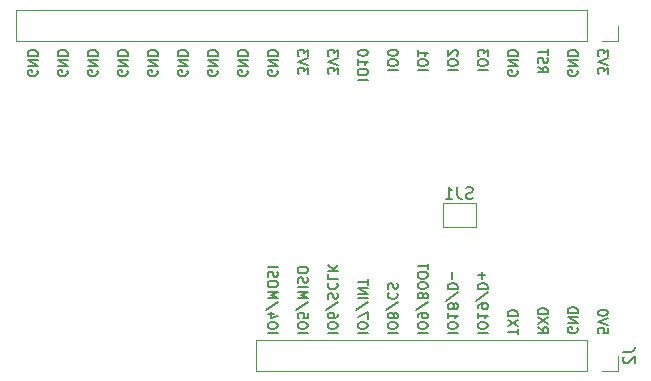
<source format=gbo>
G04 #@! TF.GenerationSoftware,KiCad,Pcbnew,6.0.0*
G04 #@! TF.CreationDate,2022-01-16T15:10:04+01:00*
G04 #@! TF.ProjectId,ESP32 UWB,45535033-3220-4555-9742-2e6b69636164,rev?*
G04 #@! TF.SameCoordinates,Original*
G04 #@! TF.FileFunction,Legend,Bot*
G04 #@! TF.FilePolarity,Positive*
%FSLAX46Y46*%
G04 Gerber Fmt 4.6, Leading zero omitted, Abs format (unit mm)*
G04 Created by KiCad (PCBNEW 6.0.0) date 2022-01-16 15:10:04*
%MOMM*%
%LPD*%
G01*
G04 APERTURE LIST*
G04 Aperture macros list*
%AMFreePoly0*
4,1,6,1.000000,0.000000,0.500000,-0.750000,-0.500000,-0.750000,-0.500000,0.750000,0.500000,0.750000,1.000000,0.000000,1.000000,0.000000,$1*%
%AMFreePoly1*
4,1,6,0.500000,-0.750000,-0.650000,-0.750000,-0.150000,0.000000,-0.650000,0.750000,0.500000,0.750000,0.500000,-0.750000,0.500000,-0.750000,$1*%
G04 Aperture macros list end*
%ADD10C,0.182880*%
%ADD11C,0.150000*%
%ADD12C,0.120000*%
%ADD13C,2.800000*%
%ADD14O,1.550000X0.890000*%
%ADD15O,0.950000X1.250000*%
%ADD16R,1.700000X1.700000*%
%ADD17O,1.700000X1.700000*%
%ADD18FreePoly0,180.000000*%
%ADD19FreePoly1,180.000000*%
G04 APERTURE END LIST*
D10*
X150281212Y-116961421D02*
X151114332Y-116961421D01*
X151114332Y-116406007D02*
X151114332Y-116247318D01*
X151074660Y-116167973D01*
X150995315Y-116088628D01*
X150836625Y-116048956D01*
X150558919Y-116048956D01*
X150400229Y-116088628D01*
X150320884Y-116167973D01*
X150281212Y-116247318D01*
X150281212Y-116406007D01*
X150320884Y-116485352D01*
X150400229Y-116564697D01*
X150558919Y-116604369D01*
X150836625Y-116604369D01*
X150995315Y-116564697D01*
X151074660Y-116485352D01*
X151114332Y-116406007D01*
X150836625Y-115334853D02*
X150281212Y-115334853D01*
X151154004Y-115533215D02*
X150558919Y-115731577D01*
X150558919Y-115215836D01*
X151154004Y-114303371D02*
X150082850Y-115017474D01*
X150281212Y-114025664D02*
X151114332Y-114025664D01*
X150519246Y-113747958D01*
X151114332Y-113470251D01*
X150281212Y-113470251D01*
X151114332Y-112914838D02*
X151114332Y-112756148D01*
X151074660Y-112676803D01*
X150995315Y-112597459D01*
X150836625Y-112557786D01*
X150558919Y-112557786D01*
X150400229Y-112597459D01*
X150320884Y-112676803D01*
X150281212Y-112756148D01*
X150281212Y-112914838D01*
X150320884Y-112994183D01*
X150400229Y-113073527D01*
X150558919Y-113113200D01*
X150836625Y-113113200D01*
X150995315Y-113073527D01*
X151074660Y-112994183D01*
X151114332Y-112914838D01*
X150320884Y-112240407D02*
X150281212Y-112121390D01*
X150281212Y-111923028D01*
X150320884Y-111843683D01*
X150360557Y-111804011D01*
X150439901Y-111764339D01*
X150519246Y-111764339D01*
X150598591Y-111804011D01*
X150638263Y-111843683D01*
X150677936Y-111923028D01*
X150717608Y-112081718D01*
X150757280Y-112161063D01*
X150796953Y-112200735D01*
X150876298Y-112240407D01*
X150955642Y-112240407D01*
X151034987Y-112200735D01*
X151074660Y-112161063D01*
X151114332Y-112081718D01*
X151114332Y-111883356D01*
X151074660Y-111764339D01*
X150281212Y-111407287D02*
X151114332Y-111407287D01*
X171434332Y-117080438D02*
X171434332Y-116604369D01*
X170601212Y-116842403D02*
X171434332Y-116842403D01*
X171434332Y-116406007D02*
X170601212Y-115850594D01*
X171434332Y-115850594D02*
X170601212Y-116406007D01*
X170601212Y-115533215D02*
X171434332Y-115533215D01*
X171434332Y-115334853D01*
X171394660Y-115215836D01*
X171315315Y-115136491D01*
X171235970Y-115096819D01*
X171077280Y-115057146D01*
X170958263Y-115057146D01*
X170799574Y-115096819D01*
X170720229Y-115136491D01*
X170640884Y-115215836D01*
X170601212Y-115334853D01*
X170601212Y-115533215D01*
X155361212Y-116961421D02*
X156194332Y-116961421D01*
X156194332Y-116406007D02*
X156194332Y-116247318D01*
X156154660Y-116167973D01*
X156075315Y-116088628D01*
X155916625Y-116048956D01*
X155638919Y-116048956D01*
X155480229Y-116088628D01*
X155400884Y-116167973D01*
X155361212Y-116247318D01*
X155361212Y-116406007D01*
X155400884Y-116485352D01*
X155480229Y-116564697D01*
X155638919Y-116604369D01*
X155916625Y-116604369D01*
X156075315Y-116564697D01*
X156154660Y-116485352D01*
X156194332Y-116406007D01*
X156194332Y-115334853D02*
X156194332Y-115493543D01*
X156154660Y-115572887D01*
X156114987Y-115612560D01*
X155995970Y-115691904D01*
X155837280Y-115731577D01*
X155519901Y-115731577D01*
X155440557Y-115691904D01*
X155400884Y-115652232D01*
X155361212Y-115572887D01*
X155361212Y-115414198D01*
X155400884Y-115334853D01*
X155440557Y-115295181D01*
X155519901Y-115255508D01*
X155718263Y-115255508D01*
X155797608Y-115295181D01*
X155837280Y-115334853D01*
X155876953Y-115414198D01*
X155876953Y-115572887D01*
X155837280Y-115652232D01*
X155797608Y-115691904D01*
X155718263Y-115731577D01*
X156234004Y-114303371D02*
X155162850Y-115017474D01*
X155400884Y-114065337D02*
X155361212Y-113946320D01*
X155361212Y-113747958D01*
X155400884Y-113668613D01*
X155440557Y-113628941D01*
X155519901Y-113589268D01*
X155599246Y-113589268D01*
X155678591Y-113628941D01*
X155718263Y-113668613D01*
X155757936Y-113747958D01*
X155797608Y-113906647D01*
X155837280Y-113985992D01*
X155876953Y-114025664D01*
X155956298Y-114065337D01*
X156035642Y-114065337D01*
X156114987Y-114025664D01*
X156154660Y-113985992D01*
X156194332Y-113906647D01*
X156194332Y-113708285D01*
X156154660Y-113589268D01*
X155440557Y-112756148D02*
X155400884Y-112795821D01*
X155361212Y-112914838D01*
X155361212Y-112994183D01*
X155400884Y-113113200D01*
X155480229Y-113192544D01*
X155559574Y-113232217D01*
X155718263Y-113271889D01*
X155837280Y-113271889D01*
X155995970Y-113232217D01*
X156075315Y-113192544D01*
X156154660Y-113113200D01*
X156194332Y-112994183D01*
X156194332Y-112914838D01*
X156154660Y-112795821D01*
X156114987Y-112756148D01*
X155361212Y-112002373D02*
X155361212Y-112399097D01*
X156194332Y-112399097D01*
X155361212Y-111724666D02*
X156194332Y-111724666D01*
X155361212Y-111248598D02*
X155837280Y-111605649D01*
X156194332Y-111248598D02*
X155718263Y-111724666D01*
X168061212Y-116961421D02*
X168894332Y-116961421D01*
X168894332Y-116406007D02*
X168894332Y-116247318D01*
X168854660Y-116167973D01*
X168775315Y-116088628D01*
X168616625Y-116048956D01*
X168338919Y-116048956D01*
X168180229Y-116088628D01*
X168100884Y-116167973D01*
X168061212Y-116247318D01*
X168061212Y-116406007D01*
X168100884Y-116485352D01*
X168180229Y-116564697D01*
X168338919Y-116604369D01*
X168616625Y-116604369D01*
X168775315Y-116564697D01*
X168854660Y-116485352D01*
X168894332Y-116406007D01*
X168061212Y-115255508D02*
X168061212Y-115731577D01*
X168061212Y-115493543D02*
X168894332Y-115493543D01*
X168775315Y-115572887D01*
X168695970Y-115652232D01*
X168656298Y-115731577D01*
X168061212Y-114858784D02*
X168061212Y-114700095D01*
X168100884Y-114620750D01*
X168140557Y-114581078D01*
X168259574Y-114501733D01*
X168418263Y-114462061D01*
X168735642Y-114462061D01*
X168814987Y-114501733D01*
X168854660Y-114541405D01*
X168894332Y-114620750D01*
X168894332Y-114779440D01*
X168854660Y-114858784D01*
X168814987Y-114898457D01*
X168735642Y-114938129D01*
X168537280Y-114938129D01*
X168457936Y-114898457D01*
X168418263Y-114858784D01*
X168378591Y-114779440D01*
X168378591Y-114620750D01*
X168418263Y-114541405D01*
X168457936Y-114501733D01*
X168537280Y-114462061D01*
X168934004Y-113509923D02*
X167862850Y-114224026D01*
X168061212Y-113232217D02*
X168894332Y-113232217D01*
X168894332Y-113033855D01*
X168854660Y-112914838D01*
X168775315Y-112835493D01*
X168695970Y-112795821D01*
X168537280Y-112756148D01*
X168418263Y-112756148D01*
X168259574Y-112795821D01*
X168180229Y-112835493D01*
X168100884Y-112914838D01*
X168061212Y-113033855D01*
X168061212Y-113232217D01*
X168378591Y-112399097D02*
X168378591Y-111764339D01*
X168061212Y-112081718D02*
X168695970Y-112081718D01*
X157901212Y-116961421D02*
X158734332Y-116961421D01*
X158734332Y-116406007D02*
X158734332Y-116247318D01*
X158694660Y-116167973D01*
X158615315Y-116088628D01*
X158456625Y-116048956D01*
X158178919Y-116048956D01*
X158020229Y-116088628D01*
X157940884Y-116167973D01*
X157901212Y-116247318D01*
X157901212Y-116406007D01*
X157940884Y-116485352D01*
X158020229Y-116564697D01*
X158178919Y-116604369D01*
X158456625Y-116604369D01*
X158615315Y-116564697D01*
X158694660Y-116485352D01*
X158734332Y-116406007D01*
X158734332Y-115771249D02*
X158734332Y-115215836D01*
X157901212Y-115572887D01*
X158774004Y-114303371D02*
X157702850Y-115017474D01*
X157901212Y-114025664D02*
X158734332Y-114025664D01*
X157901212Y-113628941D02*
X158734332Y-113628941D01*
X157901212Y-113152872D01*
X158734332Y-113152872D01*
X158734332Y-112875165D02*
X158734332Y-112399097D01*
X157901212Y-112637131D02*
X158734332Y-112637131D01*
X162981212Y-94712128D02*
X163814332Y-94712128D01*
X163814332Y-94156715D02*
X163814332Y-93998026D01*
X163774660Y-93918681D01*
X163695315Y-93839336D01*
X163536625Y-93799664D01*
X163258919Y-93799664D01*
X163100229Y-93839336D01*
X163020884Y-93918681D01*
X162981212Y-93998026D01*
X162981212Y-94156715D01*
X163020884Y-94236060D01*
X163100229Y-94315405D01*
X163258919Y-94355077D01*
X163536625Y-94355077D01*
X163695315Y-94315405D01*
X163774660Y-94236060D01*
X163814332Y-94156715D01*
X162981212Y-93006216D02*
X162981212Y-93482285D01*
X162981212Y-93244250D02*
X163814332Y-93244250D01*
X163695315Y-93323595D01*
X163615970Y-93402940D01*
X163576298Y-93482285D01*
X176474660Y-94751801D02*
X176514332Y-94831146D01*
X176514332Y-94950163D01*
X176474660Y-95069180D01*
X176395315Y-95148525D01*
X176315970Y-95188197D01*
X176157280Y-95227869D01*
X176038263Y-95227869D01*
X175879574Y-95188197D01*
X175800229Y-95148525D01*
X175720884Y-95069180D01*
X175681212Y-94950163D01*
X175681212Y-94870818D01*
X175720884Y-94751801D01*
X175760557Y-94712128D01*
X176038263Y-94712128D01*
X176038263Y-94870818D01*
X175681212Y-94355077D02*
X176514332Y-94355077D01*
X175681212Y-93879008D01*
X176514332Y-93879008D01*
X175681212Y-93482285D02*
X176514332Y-93482285D01*
X176514332Y-93283923D01*
X176474660Y-93164906D01*
X176395315Y-93085561D01*
X176315970Y-93045888D01*
X176157280Y-93006216D01*
X176038263Y-93006216D01*
X175879574Y-93045888D01*
X175800229Y-93085561D01*
X175720884Y-93164906D01*
X175681212Y-93283923D01*
X175681212Y-93482285D01*
X168061212Y-94712128D02*
X168894332Y-94712128D01*
X168894332Y-94156715D02*
X168894332Y-93998026D01*
X168854660Y-93918681D01*
X168775315Y-93839336D01*
X168616625Y-93799664D01*
X168338919Y-93799664D01*
X168180229Y-93839336D01*
X168100884Y-93918681D01*
X168061212Y-93998026D01*
X168061212Y-94156715D01*
X168100884Y-94236060D01*
X168180229Y-94315405D01*
X168338919Y-94355077D01*
X168616625Y-94355077D01*
X168775315Y-94315405D01*
X168854660Y-94236060D01*
X168894332Y-94156715D01*
X168894332Y-93521957D02*
X168894332Y-93006216D01*
X168576953Y-93283923D01*
X168576953Y-93164906D01*
X168537280Y-93085561D01*
X168497608Y-93045888D01*
X168418263Y-93006216D01*
X168219901Y-93006216D01*
X168140557Y-93045888D01*
X168100884Y-93085561D01*
X168061212Y-93164906D01*
X168061212Y-93402940D01*
X168100884Y-93482285D01*
X168140557Y-93521957D01*
X157901212Y-95505576D02*
X158734332Y-95505576D01*
X158734332Y-94950163D02*
X158734332Y-94791473D01*
X158694660Y-94712128D01*
X158615315Y-94632784D01*
X158456625Y-94593111D01*
X158178919Y-94593111D01*
X158020229Y-94632784D01*
X157940884Y-94712128D01*
X157901212Y-94791473D01*
X157901212Y-94950163D01*
X157940884Y-95029507D01*
X158020229Y-95108852D01*
X158178919Y-95148525D01*
X158456625Y-95148525D01*
X158615315Y-95108852D01*
X158694660Y-95029507D01*
X158734332Y-94950163D01*
X157901212Y-93799664D02*
X157901212Y-94275732D01*
X157901212Y-94037698D02*
X158734332Y-94037698D01*
X158615315Y-94117043D01*
X158535970Y-94196387D01*
X158496298Y-94275732D01*
X158734332Y-93283923D02*
X158734332Y-93204578D01*
X158694660Y-93125233D01*
X158654987Y-93085561D01*
X158575642Y-93045888D01*
X158416953Y-93006216D01*
X158218591Y-93006216D01*
X158059901Y-93045888D01*
X157980557Y-93085561D01*
X157940884Y-93125233D01*
X157901212Y-93204578D01*
X157901212Y-93283923D01*
X157940884Y-93363267D01*
X157980557Y-93402940D01*
X158059901Y-93442612D01*
X158218591Y-93482285D01*
X158416953Y-93482285D01*
X158575642Y-93442612D01*
X158654987Y-93402940D01*
X158694660Y-93363267D01*
X158734332Y-93283923D01*
X138374660Y-94751801D02*
X138414332Y-94831146D01*
X138414332Y-94950163D01*
X138374660Y-95069180D01*
X138295315Y-95148525D01*
X138215970Y-95188197D01*
X138057280Y-95227869D01*
X137938263Y-95227869D01*
X137779574Y-95188197D01*
X137700229Y-95148525D01*
X137620884Y-95069180D01*
X137581212Y-94950163D01*
X137581212Y-94870818D01*
X137620884Y-94751801D01*
X137660557Y-94712128D01*
X137938263Y-94712128D01*
X137938263Y-94870818D01*
X137581212Y-94355077D02*
X138414332Y-94355077D01*
X137581212Y-93879008D01*
X138414332Y-93879008D01*
X137581212Y-93482285D02*
X138414332Y-93482285D01*
X138414332Y-93283923D01*
X138374660Y-93164906D01*
X138295315Y-93085561D01*
X138215970Y-93045888D01*
X138057280Y-93006216D01*
X137938263Y-93006216D01*
X137779574Y-93045888D01*
X137700229Y-93085561D01*
X137620884Y-93164906D01*
X137581212Y-93283923D01*
X137581212Y-93482285D01*
X156194332Y-95029507D02*
X156194332Y-94513767D01*
X155876953Y-94791473D01*
X155876953Y-94672456D01*
X155837280Y-94593111D01*
X155797608Y-94553439D01*
X155718263Y-94513767D01*
X155519901Y-94513767D01*
X155440557Y-94553439D01*
X155400884Y-94593111D01*
X155361212Y-94672456D01*
X155361212Y-94910490D01*
X155400884Y-94989835D01*
X155440557Y-95029507D01*
X156194332Y-94275732D02*
X155361212Y-93998026D01*
X156194332Y-93720319D01*
X156194332Y-93521957D02*
X156194332Y-93006216D01*
X155876953Y-93283923D01*
X155876953Y-93164906D01*
X155837280Y-93085561D01*
X155797608Y-93045888D01*
X155718263Y-93006216D01*
X155519901Y-93006216D01*
X155440557Y-93045888D01*
X155400884Y-93085561D01*
X155361212Y-93164906D01*
X155361212Y-93402940D01*
X155400884Y-93482285D01*
X155440557Y-93521957D01*
X143454660Y-94751801D02*
X143494332Y-94831146D01*
X143494332Y-94950163D01*
X143454660Y-95069180D01*
X143375315Y-95148525D01*
X143295970Y-95188197D01*
X143137280Y-95227869D01*
X143018263Y-95227869D01*
X142859574Y-95188197D01*
X142780229Y-95148525D01*
X142700884Y-95069180D01*
X142661212Y-94950163D01*
X142661212Y-94870818D01*
X142700884Y-94751801D01*
X142740557Y-94712128D01*
X143018263Y-94712128D01*
X143018263Y-94870818D01*
X142661212Y-94355077D02*
X143494332Y-94355077D01*
X142661212Y-93879008D01*
X143494332Y-93879008D01*
X142661212Y-93482285D02*
X143494332Y-93482285D01*
X143494332Y-93283923D01*
X143454660Y-93164906D01*
X143375315Y-93085561D01*
X143295970Y-93045888D01*
X143137280Y-93006216D01*
X143018263Y-93006216D01*
X142859574Y-93045888D01*
X142780229Y-93085561D01*
X142700884Y-93164906D01*
X142661212Y-93283923D01*
X142661212Y-93482285D01*
X173141212Y-94434422D02*
X173537936Y-94712128D01*
X173141212Y-94910490D02*
X173974332Y-94910490D01*
X173974332Y-94593111D01*
X173934660Y-94513767D01*
X173894987Y-94474094D01*
X173815642Y-94434422D01*
X173696625Y-94434422D01*
X173617280Y-94474094D01*
X173577608Y-94513767D01*
X173537936Y-94593111D01*
X173537936Y-94910490D01*
X173180884Y-94117043D02*
X173141212Y-93998026D01*
X173141212Y-93799664D01*
X173180884Y-93720319D01*
X173220557Y-93680647D01*
X173299901Y-93640974D01*
X173379246Y-93640974D01*
X173458591Y-93680647D01*
X173498263Y-93720319D01*
X173537936Y-93799664D01*
X173577608Y-93958353D01*
X173617280Y-94037698D01*
X173656953Y-94077370D01*
X173736298Y-94117043D01*
X173815642Y-94117043D01*
X173894987Y-94077370D01*
X173934660Y-94037698D01*
X173974332Y-93958353D01*
X173974332Y-93759991D01*
X173934660Y-93640974D01*
X173974332Y-93402940D02*
X173974332Y-92926871D01*
X173141212Y-93164906D02*
X173974332Y-93164906D01*
X133294660Y-94751801D02*
X133334332Y-94831146D01*
X133334332Y-94950163D01*
X133294660Y-95069180D01*
X133215315Y-95148525D01*
X133135970Y-95188197D01*
X132977280Y-95227869D01*
X132858263Y-95227869D01*
X132699574Y-95188197D01*
X132620229Y-95148525D01*
X132540884Y-95069180D01*
X132501212Y-94950163D01*
X132501212Y-94870818D01*
X132540884Y-94751801D01*
X132580557Y-94712128D01*
X132858263Y-94712128D01*
X132858263Y-94870818D01*
X132501212Y-94355077D02*
X133334332Y-94355077D01*
X132501212Y-93879008D01*
X133334332Y-93879008D01*
X132501212Y-93482285D02*
X133334332Y-93482285D01*
X133334332Y-93283923D01*
X133294660Y-93164906D01*
X133215315Y-93085561D01*
X133135970Y-93045888D01*
X132977280Y-93006216D01*
X132858263Y-93006216D01*
X132699574Y-93045888D01*
X132620229Y-93085561D01*
X132540884Y-93164906D01*
X132501212Y-93283923D01*
X132501212Y-93482285D01*
X173141212Y-116485352D02*
X173537936Y-116763059D01*
X173141212Y-116961421D02*
X173974332Y-116961421D01*
X173974332Y-116644042D01*
X173934660Y-116564697D01*
X173894987Y-116525024D01*
X173815642Y-116485352D01*
X173696625Y-116485352D01*
X173617280Y-116525024D01*
X173577608Y-116564697D01*
X173537936Y-116644042D01*
X173537936Y-116961421D01*
X173974332Y-116207645D02*
X173141212Y-115652232D01*
X173974332Y-115652232D02*
X173141212Y-116207645D01*
X173141212Y-115334853D02*
X173974332Y-115334853D01*
X173974332Y-115136491D01*
X173934660Y-115017474D01*
X173855315Y-114938129D01*
X173775970Y-114898457D01*
X173617280Y-114858784D01*
X173498263Y-114858784D01*
X173339574Y-114898457D01*
X173260229Y-114938129D01*
X173180884Y-115017474D01*
X173141212Y-115136491D01*
X173141212Y-115334853D01*
X130754660Y-94751801D02*
X130794332Y-94831146D01*
X130794332Y-94950163D01*
X130754660Y-95069180D01*
X130675315Y-95148525D01*
X130595970Y-95188197D01*
X130437280Y-95227869D01*
X130318263Y-95227869D01*
X130159574Y-95188197D01*
X130080229Y-95148525D01*
X130000884Y-95069180D01*
X129961212Y-94950163D01*
X129961212Y-94870818D01*
X130000884Y-94751801D01*
X130040557Y-94712128D01*
X130318263Y-94712128D01*
X130318263Y-94870818D01*
X129961212Y-94355077D02*
X130794332Y-94355077D01*
X129961212Y-93879008D01*
X130794332Y-93879008D01*
X129961212Y-93482285D02*
X130794332Y-93482285D01*
X130794332Y-93283923D01*
X130754660Y-93164906D01*
X130675315Y-93085561D01*
X130595970Y-93045888D01*
X130437280Y-93006216D01*
X130318263Y-93006216D01*
X130159574Y-93045888D01*
X130080229Y-93085561D01*
X130000884Y-93164906D01*
X129961212Y-93283923D01*
X129961212Y-93482285D01*
X148534660Y-94751801D02*
X148574332Y-94831146D01*
X148574332Y-94950163D01*
X148534660Y-95069180D01*
X148455315Y-95148525D01*
X148375970Y-95188197D01*
X148217280Y-95227869D01*
X148098263Y-95227869D01*
X147939574Y-95188197D01*
X147860229Y-95148525D01*
X147780884Y-95069180D01*
X147741212Y-94950163D01*
X147741212Y-94870818D01*
X147780884Y-94751801D01*
X147820557Y-94712128D01*
X148098263Y-94712128D01*
X148098263Y-94870818D01*
X147741212Y-94355077D02*
X148574332Y-94355077D01*
X147741212Y-93879008D01*
X148574332Y-93879008D01*
X147741212Y-93482285D02*
X148574332Y-93482285D01*
X148574332Y-93283923D01*
X148534660Y-93164906D01*
X148455315Y-93085561D01*
X148375970Y-93045888D01*
X148217280Y-93006216D01*
X148098263Y-93006216D01*
X147939574Y-93045888D01*
X147860229Y-93085561D01*
X147780884Y-93164906D01*
X147741212Y-93283923D01*
X147741212Y-93482285D01*
X179054332Y-116564697D02*
X179054332Y-116961421D01*
X178657608Y-117001093D01*
X178697280Y-116961421D01*
X178736953Y-116882076D01*
X178736953Y-116683714D01*
X178697280Y-116604369D01*
X178657608Y-116564697D01*
X178578263Y-116525024D01*
X178379901Y-116525024D01*
X178300557Y-116564697D01*
X178260884Y-116604369D01*
X178221212Y-116683714D01*
X178221212Y-116882076D01*
X178260884Y-116961421D01*
X178300557Y-117001093D01*
X179054332Y-116286990D02*
X178221212Y-116009283D01*
X179054332Y-115731577D01*
X179054332Y-115295181D02*
X179054332Y-115215836D01*
X179014660Y-115136491D01*
X178974987Y-115096819D01*
X178895642Y-115057146D01*
X178736953Y-115017474D01*
X178538591Y-115017474D01*
X178379901Y-115057146D01*
X178300557Y-115096819D01*
X178260884Y-115136491D01*
X178221212Y-115215836D01*
X178221212Y-115295181D01*
X178260884Y-115374525D01*
X178300557Y-115414198D01*
X178379901Y-115453870D01*
X178538591Y-115493543D01*
X178736953Y-115493543D01*
X178895642Y-115453870D01*
X178974987Y-115414198D01*
X179014660Y-115374525D01*
X179054332Y-115295181D01*
X171394660Y-94751801D02*
X171434332Y-94831146D01*
X171434332Y-94950163D01*
X171394660Y-95069180D01*
X171315315Y-95148525D01*
X171235970Y-95188197D01*
X171077280Y-95227869D01*
X170958263Y-95227869D01*
X170799574Y-95188197D01*
X170720229Y-95148525D01*
X170640884Y-95069180D01*
X170601212Y-94950163D01*
X170601212Y-94870818D01*
X170640884Y-94751801D01*
X170680557Y-94712128D01*
X170958263Y-94712128D01*
X170958263Y-94870818D01*
X170601212Y-94355077D02*
X171434332Y-94355077D01*
X170601212Y-93879008D01*
X171434332Y-93879008D01*
X170601212Y-93482285D02*
X171434332Y-93482285D01*
X171434332Y-93283923D01*
X171394660Y-93164906D01*
X171315315Y-93085561D01*
X171235970Y-93045888D01*
X171077280Y-93006216D01*
X170958263Y-93006216D01*
X170799574Y-93045888D01*
X170720229Y-93085561D01*
X170640884Y-93164906D01*
X170601212Y-93283923D01*
X170601212Y-93482285D01*
X160441212Y-116961421D02*
X161274332Y-116961421D01*
X161274332Y-116406007D02*
X161274332Y-116247318D01*
X161234660Y-116167973D01*
X161155315Y-116088628D01*
X160996625Y-116048956D01*
X160718919Y-116048956D01*
X160560229Y-116088628D01*
X160480884Y-116167973D01*
X160441212Y-116247318D01*
X160441212Y-116406007D01*
X160480884Y-116485352D01*
X160560229Y-116564697D01*
X160718919Y-116604369D01*
X160996625Y-116604369D01*
X161155315Y-116564697D01*
X161234660Y-116485352D01*
X161274332Y-116406007D01*
X160917280Y-115572887D02*
X160956953Y-115652232D01*
X160996625Y-115691904D01*
X161075970Y-115731577D01*
X161115642Y-115731577D01*
X161194987Y-115691904D01*
X161234660Y-115652232D01*
X161274332Y-115572887D01*
X161274332Y-115414198D01*
X161234660Y-115334853D01*
X161194987Y-115295181D01*
X161115642Y-115255508D01*
X161075970Y-115255508D01*
X160996625Y-115295181D01*
X160956953Y-115334853D01*
X160917280Y-115414198D01*
X160917280Y-115572887D01*
X160877608Y-115652232D01*
X160837936Y-115691904D01*
X160758591Y-115731577D01*
X160599901Y-115731577D01*
X160520557Y-115691904D01*
X160480884Y-115652232D01*
X160441212Y-115572887D01*
X160441212Y-115414198D01*
X160480884Y-115334853D01*
X160520557Y-115295181D01*
X160599901Y-115255508D01*
X160758591Y-115255508D01*
X160837936Y-115295181D01*
X160877608Y-115334853D01*
X160917280Y-115414198D01*
X161314004Y-114303371D02*
X160242850Y-115017474D01*
X160520557Y-113549596D02*
X160480884Y-113589268D01*
X160441212Y-113708285D01*
X160441212Y-113787630D01*
X160480884Y-113906647D01*
X160560229Y-113985992D01*
X160639574Y-114025664D01*
X160798263Y-114065337D01*
X160917280Y-114065337D01*
X161075970Y-114025664D01*
X161155315Y-113985992D01*
X161234660Y-113906647D01*
X161274332Y-113787630D01*
X161274332Y-113708285D01*
X161234660Y-113589268D01*
X161194987Y-113549596D01*
X160480884Y-113232217D02*
X160441212Y-113113200D01*
X160441212Y-112914838D01*
X160480884Y-112835493D01*
X160520557Y-112795821D01*
X160599901Y-112756148D01*
X160679246Y-112756148D01*
X160758591Y-112795821D01*
X160798263Y-112835493D01*
X160837936Y-112914838D01*
X160877608Y-113073527D01*
X160917280Y-113152872D01*
X160956953Y-113192544D01*
X161036298Y-113232217D01*
X161115642Y-113232217D01*
X161194987Y-113192544D01*
X161234660Y-113152872D01*
X161274332Y-113073527D01*
X161274332Y-112875165D01*
X161234660Y-112756148D01*
X179054332Y-95029507D02*
X179054332Y-94513767D01*
X178736953Y-94791473D01*
X178736953Y-94672456D01*
X178697280Y-94593111D01*
X178657608Y-94553439D01*
X178578263Y-94513767D01*
X178379901Y-94513767D01*
X178300557Y-94553439D01*
X178260884Y-94593111D01*
X178221212Y-94672456D01*
X178221212Y-94910490D01*
X178260884Y-94989835D01*
X178300557Y-95029507D01*
X179054332Y-94275732D02*
X178221212Y-93998026D01*
X179054332Y-93720319D01*
X179054332Y-93521957D02*
X179054332Y-93006216D01*
X178736953Y-93283923D01*
X178736953Y-93164906D01*
X178697280Y-93085561D01*
X178657608Y-93045888D01*
X178578263Y-93006216D01*
X178379901Y-93006216D01*
X178300557Y-93045888D01*
X178260884Y-93085561D01*
X178221212Y-93164906D01*
X178221212Y-93402940D01*
X178260884Y-93482285D01*
X178300557Y-93521957D01*
X151074660Y-94751801D02*
X151114332Y-94831146D01*
X151114332Y-94950163D01*
X151074660Y-95069180D01*
X150995315Y-95148525D01*
X150915970Y-95188197D01*
X150757280Y-95227869D01*
X150638263Y-95227869D01*
X150479574Y-95188197D01*
X150400229Y-95148525D01*
X150320884Y-95069180D01*
X150281212Y-94950163D01*
X150281212Y-94870818D01*
X150320884Y-94751801D01*
X150360557Y-94712128D01*
X150638263Y-94712128D01*
X150638263Y-94870818D01*
X150281212Y-94355077D02*
X151114332Y-94355077D01*
X150281212Y-93879008D01*
X151114332Y-93879008D01*
X150281212Y-93482285D02*
X151114332Y-93482285D01*
X151114332Y-93283923D01*
X151074660Y-93164906D01*
X150995315Y-93085561D01*
X150915970Y-93045888D01*
X150757280Y-93006216D01*
X150638263Y-93006216D01*
X150479574Y-93045888D01*
X150400229Y-93085561D01*
X150320884Y-93164906D01*
X150281212Y-93283923D01*
X150281212Y-93482285D01*
X162981212Y-116961421D02*
X163814332Y-116961421D01*
X163814332Y-116406007D02*
X163814332Y-116247318D01*
X163774660Y-116167973D01*
X163695315Y-116088628D01*
X163536625Y-116048956D01*
X163258919Y-116048956D01*
X163100229Y-116088628D01*
X163020884Y-116167973D01*
X162981212Y-116247318D01*
X162981212Y-116406007D01*
X163020884Y-116485352D01*
X163100229Y-116564697D01*
X163258919Y-116604369D01*
X163536625Y-116604369D01*
X163695315Y-116564697D01*
X163774660Y-116485352D01*
X163814332Y-116406007D01*
X162981212Y-115652232D02*
X162981212Y-115493543D01*
X163020884Y-115414198D01*
X163060557Y-115374525D01*
X163179574Y-115295181D01*
X163338263Y-115255508D01*
X163655642Y-115255508D01*
X163734987Y-115295181D01*
X163774660Y-115334853D01*
X163814332Y-115414198D01*
X163814332Y-115572887D01*
X163774660Y-115652232D01*
X163734987Y-115691904D01*
X163655642Y-115731577D01*
X163457280Y-115731577D01*
X163377936Y-115691904D01*
X163338263Y-115652232D01*
X163298591Y-115572887D01*
X163298591Y-115414198D01*
X163338263Y-115334853D01*
X163377936Y-115295181D01*
X163457280Y-115255508D01*
X163854004Y-114303371D02*
X162782850Y-115017474D01*
X163417608Y-113747958D02*
X163377936Y-113628941D01*
X163338263Y-113589268D01*
X163258919Y-113549596D01*
X163139901Y-113549596D01*
X163060557Y-113589268D01*
X163020884Y-113628941D01*
X162981212Y-113708285D01*
X162981212Y-114025664D01*
X163814332Y-114025664D01*
X163814332Y-113747958D01*
X163774660Y-113668613D01*
X163734987Y-113628941D01*
X163655642Y-113589268D01*
X163576298Y-113589268D01*
X163496953Y-113628941D01*
X163457280Y-113668613D01*
X163417608Y-113747958D01*
X163417608Y-114025664D01*
X163814332Y-113033855D02*
X163814332Y-112875165D01*
X163774660Y-112795821D01*
X163695315Y-112716476D01*
X163536625Y-112676803D01*
X163258919Y-112676803D01*
X163100229Y-112716476D01*
X163020884Y-112795821D01*
X162981212Y-112875165D01*
X162981212Y-113033855D01*
X163020884Y-113113200D01*
X163100229Y-113192544D01*
X163258919Y-113232217D01*
X163536625Y-113232217D01*
X163695315Y-113192544D01*
X163774660Y-113113200D01*
X163814332Y-113033855D01*
X163814332Y-112161063D02*
X163814332Y-112002373D01*
X163774660Y-111923028D01*
X163695315Y-111843683D01*
X163536625Y-111804011D01*
X163258919Y-111804011D01*
X163100229Y-111843683D01*
X163020884Y-111923028D01*
X162981212Y-112002373D01*
X162981212Y-112161063D01*
X163020884Y-112240407D01*
X163100229Y-112319752D01*
X163258919Y-112359424D01*
X163536625Y-112359424D01*
X163695315Y-112319752D01*
X163774660Y-112240407D01*
X163814332Y-112161063D01*
X163814332Y-111565977D02*
X163814332Y-111089908D01*
X162981212Y-111327943D02*
X163814332Y-111327943D01*
X160441212Y-94712128D02*
X161274332Y-94712128D01*
X161274332Y-94156715D02*
X161274332Y-93998026D01*
X161234660Y-93918681D01*
X161155315Y-93839336D01*
X160996625Y-93799664D01*
X160718919Y-93799664D01*
X160560229Y-93839336D01*
X160480884Y-93918681D01*
X160441212Y-93998026D01*
X160441212Y-94156715D01*
X160480884Y-94236060D01*
X160560229Y-94315405D01*
X160718919Y-94355077D01*
X160996625Y-94355077D01*
X161155315Y-94315405D01*
X161234660Y-94236060D01*
X161274332Y-94156715D01*
X161274332Y-93283923D02*
X161274332Y-93204578D01*
X161234660Y-93125233D01*
X161194987Y-93085561D01*
X161115642Y-93045888D01*
X160956953Y-93006216D01*
X160758591Y-93006216D01*
X160599901Y-93045888D01*
X160520557Y-93085561D01*
X160480884Y-93125233D01*
X160441212Y-93204578D01*
X160441212Y-93283923D01*
X160480884Y-93363267D01*
X160520557Y-93402940D01*
X160599901Y-93442612D01*
X160758591Y-93482285D01*
X160956953Y-93482285D01*
X161115642Y-93442612D01*
X161194987Y-93402940D01*
X161234660Y-93363267D01*
X161274332Y-93283923D01*
X165521212Y-116961421D02*
X166354332Y-116961421D01*
X166354332Y-116406007D02*
X166354332Y-116247318D01*
X166314660Y-116167973D01*
X166235315Y-116088628D01*
X166076625Y-116048956D01*
X165798919Y-116048956D01*
X165640229Y-116088628D01*
X165560884Y-116167973D01*
X165521212Y-116247318D01*
X165521212Y-116406007D01*
X165560884Y-116485352D01*
X165640229Y-116564697D01*
X165798919Y-116604369D01*
X166076625Y-116604369D01*
X166235315Y-116564697D01*
X166314660Y-116485352D01*
X166354332Y-116406007D01*
X165521212Y-115255508D02*
X165521212Y-115731577D01*
X165521212Y-115493543D02*
X166354332Y-115493543D01*
X166235315Y-115572887D01*
X166155970Y-115652232D01*
X166116298Y-115731577D01*
X165997280Y-114779440D02*
X166036953Y-114858784D01*
X166076625Y-114898457D01*
X166155970Y-114938129D01*
X166195642Y-114938129D01*
X166274987Y-114898457D01*
X166314660Y-114858784D01*
X166354332Y-114779440D01*
X166354332Y-114620750D01*
X166314660Y-114541405D01*
X166274987Y-114501733D01*
X166195642Y-114462061D01*
X166155970Y-114462061D01*
X166076625Y-114501733D01*
X166036953Y-114541405D01*
X165997280Y-114620750D01*
X165997280Y-114779440D01*
X165957608Y-114858784D01*
X165917936Y-114898457D01*
X165838591Y-114938129D01*
X165679901Y-114938129D01*
X165600557Y-114898457D01*
X165560884Y-114858784D01*
X165521212Y-114779440D01*
X165521212Y-114620750D01*
X165560884Y-114541405D01*
X165600557Y-114501733D01*
X165679901Y-114462061D01*
X165838591Y-114462061D01*
X165917936Y-114501733D01*
X165957608Y-114541405D01*
X165997280Y-114620750D01*
X166394004Y-113509923D02*
X165322850Y-114224026D01*
X165521212Y-113232217D02*
X166354332Y-113232217D01*
X166354332Y-113033855D01*
X166314660Y-112914838D01*
X166235315Y-112835493D01*
X166155970Y-112795821D01*
X165997280Y-112756148D01*
X165878263Y-112756148D01*
X165719574Y-112795821D01*
X165640229Y-112835493D01*
X165560884Y-112914838D01*
X165521212Y-113033855D01*
X165521212Y-113232217D01*
X165838591Y-112399097D02*
X165838591Y-111764339D01*
X165521212Y-94712128D02*
X166354332Y-94712128D01*
X166354332Y-94156715D02*
X166354332Y-93998026D01*
X166314660Y-93918681D01*
X166235315Y-93839336D01*
X166076625Y-93799664D01*
X165798919Y-93799664D01*
X165640229Y-93839336D01*
X165560884Y-93918681D01*
X165521212Y-93998026D01*
X165521212Y-94156715D01*
X165560884Y-94236060D01*
X165640229Y-94315405D01*
X165798919Y-94355077D01*
X166076625Y-94355077D01*
X166235315Y-94315405D01*
X166314660Y-94236060D01*
X166354332Y-94156715D01*
X166274987Y-93482285D02*
X166314660Y-93442612D01*
X166354332Y-93363267D01*
X166354332Y-93164906D01*
X166314660Y-93085561D01*
X166274987Y-93045888D01*
X166195642Y-93006216D01*
X166116298Y-93006216D01*
X165997280Y-93045888D01*
X165521212Y-93521957D01*
X165521212Y-93006216D01*
X145994660Y-94751801D02*
X146034332Y-94831146D01*
X146034332Y-94950163D01*
X145994660Y-95069180D01*
X145915315Y-95148525D01*
X145835970Y-95188197D01*
X145677280Y-95227869D01*
X145558263Y-95227869D01*
X145399574Y-95188197D01*
X145320229Y-95148525D01*
X145240884Y-95069180D01*
X145201212Y-94950163D01*
X145201212Y-94870818D01*
X145240884Y-94751801D01*
X145280557Y-94712128D01*
X145558263Y-94712128D01*
X145558263Y-94870818D01*
X145201212Y-94355077D02*
X146034332Y-94355077D01*
X145201212Y-93879008D01*
X146034332Y-93879008D01*
X145201212Y-93482285D02*
X146034332Y-93482285D01*
X146034332Y-93283923D01*
X145994660Y-93164906D01*
X145915315Y-93085561D01*
X145835970Y-93045888D01*
X145677280Y-93006216D01*
X145558263Y-93006216D01*
X145399574Y-93045888D01*
X145320229Y-93085561D01*
X145240884Y-93164906D01*
X145201212Y-93283923D01*
X145201212Y-93482285D01*
X135834660Y-94751801D02*
X135874332Y-94831146D01*
X135874332Y-94950163D01*
X135834660Y-95069180D01*
X135755315Y-95148525D01*
X135675970Y-95188197D01*
X135517280Y-95227869D01*
X135398263Y-95227869D01*
X135239574Y-95188197D01*
X135160229Y-95148525D01*
X135080884Y-95069180D01*
X135041212Y-94950163D01*
X135041212Y-94870818D01*
X135080884Y-94751801D01*
X135120557Y-94712128D01*
X135398263Y-94712128D01*
X135398263Y-94870818D01*
X135041212Y-94355077D02*
X135874332Y-94355077D01*
X135041212Y-93879008D01*
X135874332Y-93879008D01*
X135041212Y-93482285D02*
X135874332Y-93482285D01*
X135874332Y-93283923D01*
X135834660Y-93164906D01*
X135755315Y-93085561D01*
X135675970Y-93045888D01*
X135517280Y-93006216D01*
X135398263Y-93006216D01*
X135239574Y-93045888D01*
X135160229Y-93085561D01*
X135080884Y-93164906D01*
X135041212Y-93283923D01*
X135041212Y-93482285D01*
X140914660Y-94751801D02*
X140954332Y-94831146D01*
X140954332Y-94950163D01*
X140914660Y-95069180D01*
X140835315Y-95148525D01*
X140755970Y-95188197D01*
X140597280Y-95227869D01*
X140478263Y-95227869D01*
X140319574Y-95188197D01*
X140240229Y-95148525D01*
X140160884Y-95069180D01*
X140121212Y-94950163D01*
X140121212Y-94870818D01*
X140160884Y-94751801D01*
X140200557Y-94712128D01*
X140478263Y-94712128D01*
X140478263Y-94870818D01*
X140121212Y-94355077D02*
X140954332Y-94355077D01*
X140121212Y-93879008D01*
X140954332Y-93879008D01*
X140121212Y-93482285D02*
X140954332Y-93482285D01*
X140954332Y-93283923D01*
X140914660Y-93164906D01*
X140835315Y-93085561D01*
X140755970Y-93045888D01*
X140597280Y-93006216D01*
X140478263Y-93006216D01*
X140319574Y-93045888D01*
X140240229Y-93085561D01*
X140160884Y-93164906D01*
X140121212Y-93283923D01*
X140121212Y-93482285D01*
X153654332Y-95029507D02*
X153654332Y-94513767D01*
X153336953Y-94791473D01*
X153336953Y-94672456D01*
X153297280Y-94593111D01*
X153257608Y-94553439D01*
X153178263Y-94513767D01*
X152979901Y-94513767D01*
X152900557Y-94553439D01*
X152860884Y-94593111D01*
X152821212Y-94672456D01*
X152821212Y-94910490D01*
X152860884Y-94989835D01*
X152900557Y-95029507D01*
X153654332Y-94275732D02*
X152821212Y-93998026D01*
X153654332Y-93720319D01*
X153654332Y-93521957D02*
X153654332Y-93006216D01*
X153336953Y-93283923D01*
X153336953Y-93164906D01*
X153297280Y-93085561D01*
X153257608Y-93045888D01*
X153178263Y-93006216D01*
X152979901Y-93006216D01*
X152900557Y-93045888D01*
X152860884Y-93085561D01*
X152821212Y-93164906D01*
X152821212Y-93402940D01*
X152860884Y-93482285D01*
X152900557Y-93521957D01*
X176474660Y-116525024D02*
X176514332Y-116604369D01*
X176514332Y-116723386D01*
X176474660Y-116842403D01*
X176395315Y-116921748D01*
X176315970Y-116961421D01*
X176157280Y-117001093D01*
X176038263Y-117001093D01*
X175879574Y-116961421D01*
X175800229Y-116921748D01*
X175720884Y-116842403D01*
X175681212Y-116723386D01*
X175681212Y-116644042D01*
X175720884Y-116525024D01*
X175760557Y-116485352D01*
X176038263Y-116485352D01*
X176038263Y-116644042D01*
X175681212Y-116128301D02*
X176514332Y-116128301D01*
X175681212Y-115652232D01*
X176514332Y-115652232D01*
X175681212Y-115255508D02*
X176514332Y-115255508D01*
X176514332Y-115057146D01*
X176474660Y-114938129D01*
X176395315Y-114858784D01*
X176315970Y-114819112D01*
X176157280Y-114779440D01*
X176038263Y-114779440D01*
X175879574Y-114819112D01*
X175800229Y-114858784D01*
X175720884Y-114938129D01*
X175681212Y-115057146D01*
X175681212Y-115255508D01*
X152821212Y-116961421D02*
X153654332Y-116961421D01*
X153654332Y-116406007D02*
X153654332Y-116247318D01*
X153614660Y-116167973D01*
X153535315Y-116088628D01*
X153376625Y-116048956D01*
X153098919Y-116048956D01*
X152940229Y-116088628D01*
X152860884Y-116167973D01*
X152821212Y-116247318D01*
X152821212Y-116406007D01*
X152860884Y-116485352D01*
X152940229Y-116564697D01*
X153098919Y-116604369D01*
X153376625Y-116604369D01*
X153535315Y-116564697D01*
X153614660Y-116485352D01*
X153654332Y-116406007D01*
X153654332Y-115295181D02*
X153654332Y-115691904D01*
X153257608Y-115731577D01*
X153297280Y-115691904D01*
X153336953Y-115612560D01*
X153336953Y-115414198D01*
X153297280Y-115334853D01*
X153257608Y-115295181D01*
X153178263Y-115255508D01*
X152979901Y-115255508D01*
X152900557Y-115295181D01*
X152860884Y-115334853D01*
X152821212Y-115414198D01*
X152821212Y-115612560D01*
X152860884Y-115691904D01*
X152900557Y-115731577D01*
X153694004Y-114303371D02*
X152622850Y-115017474D01*
X152821212Y-114025664D02*
X153654332Y-114025664D01*
X153059246Y-113747958D01*
X153654332Y-113470251D01*
X152821212Y-113470251D01*
X152821212Y-113073527D02*
X153654332Y-113073527D01*
X152860884Y-112716476D02*
X152821212Y-112597459D01*
X152821212Y-112399097D01*
X152860884Y-112319752D01*
X152900557Y-112280080D01*
X152979901Y-112240407D01*
X153059246Y-112240407D01*
X153138591Y-112280080D01*
X153178263Y-112319752D01*
X153217936Y-112399097D01*
X153257608Y-112557786D01*
X153297280Y-112637131D01*
X153336953Y-112676803D01*
X153416298Y-112716476D01*
X153495642Y-112716476D01*
X153574987Y-112676803D01*
X153614660Y-112637131D01*
X153654332Y-112557786D01*
X153654332Y-112359424D01*
X153614660Y-112240407D01*
X153654332Y-111724666D02*
X153654332Y-111565977D01*
X153614660Y-111486632D01*
X153535315Y-111407287D01*
X153376625Y-111367615D01*
X153098919Y-111367615D01*
X152940229Y-111407287D01*
X152860884Y-111486632D01*
X152821212Y-111565977D01*
X152821212Y-111724666D01*
X152860884Y-111804011D01*
X152940229Y-111883356D01*
X153098919Y-111923028D01*
X153376625Y-111923028D01*
X153535315Y-111883356D01*
X153614660Y-111804011D01*
X153654332Y-111724666D01*
D11*
X180344380Y-118538666D02*
X181058666Y-118538666D01*
X181201523Y-118491047D01*
X181296761Y-118395809D01*
X181344380Y-118252952D01*
X181344380Y-118157714D01*
X180439619Y-118967238D02*
X180392000Y-119014857D01*
X180344380Y-119110095D01*
X180344380Y-119348190D01*
X180392000Y-119443428D01*
X180439619Y-119491047D01*
X180534857Y-119538666D01*
X180630095Y-119538666D01*
X180772952Y-119491047D01*
X181344380Y-118919619D01*
X181344380Y-119538666D01*
X167618957Y-105560761D02*
X167476100Y-105608380D01*
X167238004Y-105608380D01*
X167142766Y-105560761D01*
X167095147Y-105513142D01*
X167047528Y-105417904D01*
X167047528Y-105322666D01*
X167095147Y-105227428D01*
X167142766Y-105179809D01*
X167238004Y-105132190D01*
X167428480Y-105084571D01*
X167523719Y-105036952D01*
X167571338Y-104989333D01*
X167618957Y-104894095D01*
X167618957Y-104798857D01*
X167571338Y-104703619D01*
X167523719Y-104656000D01*
X167428480Y-104608380D01*
X167190385Y-104608380D01*
X167047528Y-104656000D01*
X166333242Y-104608380D02*
X166333242Y-105322666D01*
X166380861Y-105465523D01*
X166476100Y-105560761D01*
X166618957Y-105608380D01*
X166714195Y-105608380D01*
X165333242Y-105608380D02*
X165904671Y-105608380D01*
X165618957Y-105608380D02*
X165618957Y-104608380D01*
X165714195Y-104751238D01*
X165809433Y-104846476D01*
X165904671Y-104894095D01*
D12*
X177292000Y-89602000D02*
X128972000Y-89602000D01*
X177292000Y-92262000D02*
X177292000Y-89602000D01*
X179892000Y-92262000D02*
X179892000Y-90932000D01*
X178562000Y-92262000D02*
X179892000Y-92262000D01*
X128972000Y-92262000D02*
X128972000Y-89602000D01*
X177292000Y-92262000D02*
X128972000Y-92262000D01*
X149292000Y-120202000D02*
X149292000Y-117542000D01*
X177292000Y-120202000D02*
X149292000Y-120202000D01*
X179892000Y-120202000D02*
X179892000Y-118872000D01*
X177292000Y-117542000D02*
X149292000Y-117542000D01*
X178562000Y-120202000D02*
X179892000Y-120202000D01*
X177292000Y-120202000D02*
X177292000Y-117542000D01*
X167876100Y-105952655D02*
X165076100Y-105952655D01*
X167876100Y-107952655D02*
X167876100Y-105952655D01*
X165076100Y-105952655D02*
X165076100Y-107952655D01*
X165076100Y-107952655D02*
X167876100Y-107952655D01*
%LPC*%
D13*
X178960000Y-108458000D03*
D14*
X113939000Y-108529000D03*
D15*
X116639000Y-102529000D03*
X116639000Y-107529000D03*
D14*
X113939000Y-101529000D03*
D16*
X178562000Y-90932000D03*
D17*
X176022000Y-90932000D03*
X173482000Y-90932000D03*
X170942000Y-90932000D03*
X168402000Y-90932000D03*
X165862000Y-90932000D03*
X163322000Y-90932000D03*
X160782000Y-90932000D03*
X158242000Y-90932000D03*
X155702000Y-90932000D03*
X153162000Y-90932000D03*
X150622000Y-90932000D03*
X148082000Y-90932000D03*
X145542000Y-90932000D03*
X143002000Y-90932000D03*
X140462000Y-90932000D03*
X137922000Y-90932000D03*
X135382000Y-90932000D03*
X132842000Y-90932000D03*
X130302000Y-90932000D03*
D16*
X178562000Y-118872000D03*
D17*
X176022000Y-118872000D03*
X173482000Y-118872000D03*
X170942000Y-118872000D03*
X168402000Y-118872000D03*
X165862000Y-118872000D03*
X163322000Y-118872000D03*
X160782000Y-118872000D03*
X158242000Y-118872000D03*
X155702000Y-118872000D03*
X153162000Y-118872000D03*
X150622000Y-118872000D03*
D18*
X167201100Y-106952655D03*
D19*
X165751100Y-106952655D03*
M02*

</source>
